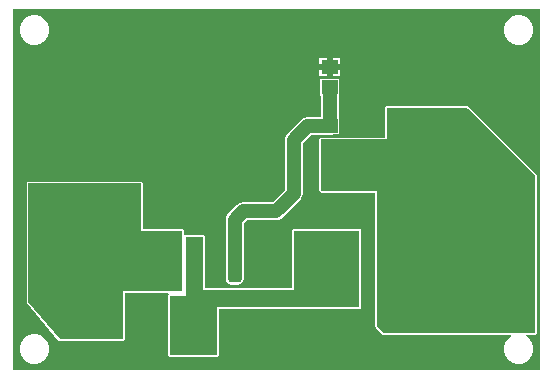
<source format=gtl>
G04*
G04 #@! TF.GenerationSoftware,Altium Limited,Altium Designer,21.3.2 (30)*
G04*
G04 Layer_Physical_Order=1*
G04 Layer_Color=255*
%FSLAX25Y25*%
%MOIN*%
G70*
G04*
G04 #@! TF.SameCoordinates,97264966-10FB-41C2-9D5A-9FAD70EEB638*
G04*
G04*
G04 #@! TF.FilePolarity,Positive*
G04*
G01*
G75*
G04:AMPARAMS|DCode=12|XSize=47.24mil|YSize=129.92mil|CornerRadius=11.81mil|HoleSize=0mil|Usage=FLASHONLY|Rotation=0.000|XOffset=0mil|YOffset=0mil|HoleType=Round|Shape=RoundedRectangle|*
%AMROUNDEDRECTD12*
21,1,0.04724,0.10630,0,0,0.0*
21,1,0.02362,0.12992,0,0,0.0*
1,1,0.02362,0.01181,-0.05315*
1,1,0.02362,-0.01181,-0.05315*
1,1,0.02362,-0.01181,0.05315*
1,1,0.02362,0.01181,0.05315*
%
%ADD12ROUNDEDRECTD12*%
G04:AMPARAMS|DCode=13|XSize=322.84mil|YSize=393.7mil|CornerRadius=80.71mil|HoleSize=0mil|Usage=FLASHONLY|Rotation=0.000|XOffset=0mil|YOffset=0mil|HoleType=Round|Shape=RoundedRectangle|*
%AMROUNDEDRECTD13*
21,1,0.32284,0.23228,0,0,0.0*
21,1,0.16142,0.39370,0,0,0.0*
1,1,0.16142,0.08071,-0.11614*
1,1,0.16142,-0.08071,-0.11614*
1,1,0.16142,-0.08071,0.11614*
1,1,0.16142,0.08071,0.11614*
%
%ADD13ROUNDEDRECTD13*%
%ADD14R,0.05315X0.04528*%
%ADD15R,0.09843X0.06693*%
%ADD16R,0.11417X0.21260*%
%ADD26C,0.04724*%
G04:AMPARAMS|DCode=27|XSize=157.48mil|YSize=157.48mil|CornerRadius=39.37mil|HoleSize=0mil|Usage=FLASHONLY|Rotation=0.000|XOffset=0mil|YOffset=0mil|HoleType=Round|Shape=RoundedRectangle|*
%AMROUNDEDRECTD27*
21,1,0.15748,0.07874,0,0,0.0*
21,1,0.07874,0.15748,0,0,0.0*
1,1,0.07874,0.03937,-0.03937*
1,1,0.07874,-0.03937,-0.03937*
1,1,0.07874,-0.03937,0.03937*
1,1,0.07874,0.03937,0.03937*
%
%ADD27ROUNDEDRECTD27*%
%ADD28O,0.07677X0.05118*%
%ADD29O,0.08268X0.05512*%
%ADD30C,0.02756*%
G36*
X546433Y256730D02*
X546424Y256726D01*
X370890D01*
Y377142D01*
X546433Y377142D01*
Y256730D01*
D02*
G37*
%LPC*%
G36*
X540019Y375008D02*
X538721D01*
X537467Y374672D01*
X536343Y374023D01*
X535426Y373105D01*
X534777Y371981D01*
X534441Y370728D01*
Y369430D01*
X534777Y368176D01*
X535426Y367052D01*
X536343Y366135D01*
X537467Y365486D01*
X538721Y365150D01*
X540019D01*
X541273Y365486D01*
X542397Y366135D01*
X543314Y367052D01*
X543963Y368176D01*
X544299Y369430D01*
Y370728D01*
X543963Y371981D01*
X543314Y373105D01*
X542397Y374023D01*
X541273Y374672D01*
X540019Y375008D01*
D02*
G37*
G36*
X378602D02*
X377304D01*
X376050Y374672D01*
X374926Y374023D01*
X374008Y373105D01*
X373359Y371981D01*
X373024Y370728D01*
Y369430D01*
X373359Y368176D01*
X374008Y367052D01*
X374926Y366135D01*
X376050Y365486D01*
X377304Y365150D01*
X378602D01*
X379855Y365486D01*
X380979Y366135D01*
X381897Y367052D01*
X382546Y368176D01*
X382882Y369430D01*
Y370728D01*
X382546Y371981D01*
X381897Y373105D01*
X380979Y374023D01*
X379855Y374672D01*
X378602Y375008D01*
D02*
G37*
G36*
X479823Y360827D02*
X477362D01*
Y358760D01*
X479823D01*
Y360827D01*
D02*
G37*
G36*
X475394D02*
X472933D01*
Y358760D01*
X475394D01*
Y360827D01*
D02*
G37*
G36*
X479823Y356791D02*
X477362D01*
Y354724D01*
X479823D01*
Y356791D01*
D02*
G37*
G36*
X475394D02*
X472933D01*
Y354724D01*
X475394D01*
Y356791D01*
D02*
G37*
G36*
X476378Y353872D02*
X475605Y353770D01*
X475551Y353748D01*
X473122D01*
Y348024D01*
X473392D01*
Y340978D01*
X468996D01*
X468223Y340877D01*
X467503Y340578D01*
X466885Y340104D01*
X462258Y335478D01*
X461784Y334859D01*
X461486Y334139D01*
X461384Y333366D01*
Y316591D01*
X457424Y312632D01*
X447518D01*
X447517Y312632D01*
X446745Y312530D01*
X446024Y312232D01*
X445406Y311757D01*
X442638Y308990D01*
X442164Y308371D01*
X441866Y307651D01*
X441764Y306878D01*
Y297682D01*
X441754Y297635D01*
Y287005D01*
X441893Y286311D01*
X442286Y285723D01*
X442875Y285329D01*
X443569Y285191D01*
X445931D01*
X446625Y285329D01*
X447214Y285723D01*
X447607Y286311D01*
X447746Y287005D01*
Y297635D01*
X447736Y297682D01*
Y305641D01*
X448754Y306660D01*
X458661D01*
X459434Y306761D01*
X460154Y307060D01*
X460773Y307534D01*
X466482Y313243D01*
X466956Y313861D01*
X467254Y314581D01*
X467356Y315354D01*
Y332129D01*
X470233Y335006D01*
X476279D01*
X477052Y335108D01*
X477344Y335228D01*
X479634D01*
Y340953D01*
X479364D01*
Y348024D01*
X479634D01*
Y353748D01*
X477205D01*
X477151Y353770D01*
X476378Y353872D01*
D02*
G37*
G36*
X413386Y319545D02*
X375984D01*
X375526Y319356D01*
X375337Y318898D01*
Y279391D01*
X375421Y279187D01*
X375488Y278975D01*
X385940Y266513D01*
X385967Y266499D01*
X385978Y266471D01*
X386183Y266386D01*
X386380Y266284D01*
X386408Y266293D01*
X386436Y266281D01*
X407480Y266281D01*
X407938Y266471D01*
X408128Y266929D01*
Y282330D01*
X408268Y282423D01*
X422596D01*
X422770Y281954D01*
X422581Y281496D01*
Y261811D01*
X422770Y261353D01*
X423228Y261163D01*
X438976D01*
X439434Y261353D01*
X439624Y261811D01*
Y276911D01*
X486221D01*
X486679Y277101D01*
X486868Y277559D01*
Y303150D01*
X486679Y303608D01*
X486221Y303797D01*
X464567D01*
X464109Y303608D01*
X463919Y303150D01*
Y284112D01*
X434801D01*
Y301181D01*
X434612Y301639D01*
X434154Y301829D01*
X428445D01*
X428313Y301774D01*
X427813Y302108D01*
Y303150D01*
X427623Y303608D01*
X427165Y303797D01*
X414034D01*
Y318898D01*
X413844Y319356D01*
X413386Y319545D01*
D02*
G37*
G36*
X522146Y344841D02*
X495571D01*
X495113Y344651D01*
X494923Y344193D01*
Y334211D01*
X473524D01*
X473167Y334063D01*
X473122D01*
Y334044D01*
X473066Y334021D01*
X472876Y333563D01*
Y316732D01*
X473066Y316274D01*
X473361Y315979D01*
X473819Y315789D01*
X491478D01*
Y271260D01*
X491668Y270802D01*
X493932Y268538D01*
X494390Y268348D01*
X494848Y268538D01*
X494855Y268545D01*
X536766D01*
X536900Y268045D01*
X536343Y267724D01*
X535426Y266806D01*
X534777Y265682D01*
X534441Y264428D01*
Y263131D01*
X534777Y261877D01*
X535426Y260753D01*
X536343Y259835D01*
X537467Y259186D01*
X538721Y258850D01*
X540019D01*
X541273Y259186D01*
X542397Y259835D01*
X543314Y260753D01*
X543963Y261877D01*
X544299Y263131D01*
Y264428D01*
X543963Y265682D01*
X543314Y266806D01*
X542397Y267724D01*
X541840Y268045D01*
X541974Y268545D01*
X544783D01*
X545241Y268735D01*
X545431Y269193D01*
Y321555D01*
X545241Y322013D01*
X522604Y344651D01*
X522146Y344841D01*
D02*
G37*
G36*
X378602Y268709D02*
X377304D01*
X376050Y268373D01*
X374926Y267724D01*
X374008Y266806D01*
X373359Y265682D01*
X373024Y264428D01*
Y263131D01*
X373359Y261877D01*
X374008Y260753D01*
X374926Y259835D01*
X376050Y259186D01*
X377304Y258850D01*
X378602D01*
X379855Y259186D01*
X380979Y259835D01*
X381897Y260753D01*
X382546Y261877D01*
X382882Y263131D01*
Y264428D01*
X382546Y265682D01*
X381897Y266806D01*
X380979Y267724D01*
X379855Y268373D01*
X378602Y268709D01*
D02*
G37*
%LPD*%
G36*
X486221Y277559D02*
X438976D01*
Y261811D01*
X423228D01*
Y281496D01*
X428445D01*
Y301181D01*
X434154D01*
Y283465D01*
X464567D01*
Y303150D01*
X486221D01*
Y277559D01*
D02*
G37*
G36*
X413386Y303150D02*
X427165D01*
Y283071D01*
X408268D01*
X407480Y283858D01*
Y266929D01*
X386436Y266929D01*
X375984Y279391D01*
Y318898D01*
X413386D01*
Y303150D01*
D02*
G37*
G36*
X544783Y321555D02*
Y269193D01*
X494587D01*
X494390Y268996D01*
X492126Y271260D01*
Y316437D01*
X473819D01*
X473524Y316732D01*
Y333563D01*
X495571D01*
Y344193D01*
X522146D01*
X544783Y321555D01*
D02*
G37*
D12*
X424500Y292320D02*
D03*
X431250D02*
D03*
X438000Y292179D02*
D03*
X444750Y292320D02*
D03*
X451500D02*
D03*
D13*
X438000Y338821D02*
D03*
D14*
X476378Y357776D02*
D03*
Y350886D02*
D03*
Y338090D02*
D03*
Y331201D02*
D03*
D15*
X446850Y269685D02*
D03*
X431102D02*
D03*
D16*
X513594Y291000D02*
D03*
X475406D02*
D03*
D26*
X444750Y292320D02*
Y306878D01*
X447517Y309646D02*
X458661D01*
X444750Y306878D02*
X447517Y309646D01*
X458661D02*
X464370Y315354D01*
Y333366D01*
X468996Y337992D01*
X476279D02*
X476378Y338090D01*
X468996Y337992D02*
X476279D01*
X476378Y338090D02*
Y350886D01*
D27*
X393701Y350394D02*
D03*
Y279528D02*
D03*
X535433D02*
D03*
Y350394D02*
D03*
D28*
X505500Y349500D02*
D03*
Y339657D02*
D03*
D29*
X391339Y311614D02*
D03*
Y325394D02*
D03*
D30*
X389764Y330709D02*
D03*
Y259842D02*
D03*
X377953Y354331D02*
D03*
Y330709D02*
D03*
X425197Y307086D02*
D03*
X454724Y271654D02*
D03*
X407480Y366142D02*
D03*
X401575Y259842D02*
D03*
X407480Y342520D02*
D03*
X419291Y271654D02*
D03*
X437008Y307086D02*
D03*
X419291Y366142D02*
D03*
Y342520D02*
D03*
X442913Y366142D02*
D03*
X413386Y259842D02*
D03*
X383858Y366142D02*
D03*
X413386Y354331D02*
D03*
X419291Y318898D02*
D03*
X466535Y271654D02*
D03*
X460630Y259842D02*
D03*
X454724Y318898D02*
D03*
X431102Y366142D02*
D03*
X413386Y330709D02*
D03*
X448819Y259842D02*
D03*
X395669Y366142D02*
D03*
X401575Y330709D02*
D03*
X383858Y342520D02*
D03*
X454724Y366142D02*
D03*
X513779D02*
D03*
X519685Y354331D02*
D03*
X484252D02*
D03*
X490157Y342520D02*
D03*
X484252Y307086D02*
D03*
X478346Y366142D02*
D03*
X507874Y259842D02*
D03*
X496063D02*
D03*
X490157Y366142D02*
D03*
X501968D02*
D03*
X519685Y259842D02*
D03*
X496063Y354331D02*
D03*
X507874D02*
D03*
X472441Y259842D02*
D03*
X466535Y342520D02*
D03*
X478346Y271654D02*
D03*
X460630Y354331D02*
D03*
X525590Y366142D02*
D03*
X472441Y307086D02*
D03*
X484252Y259842D02*
D03*
X466535Y366142D02*
D03*
X531496Y259842D02*
D03*
M02*

</source>
